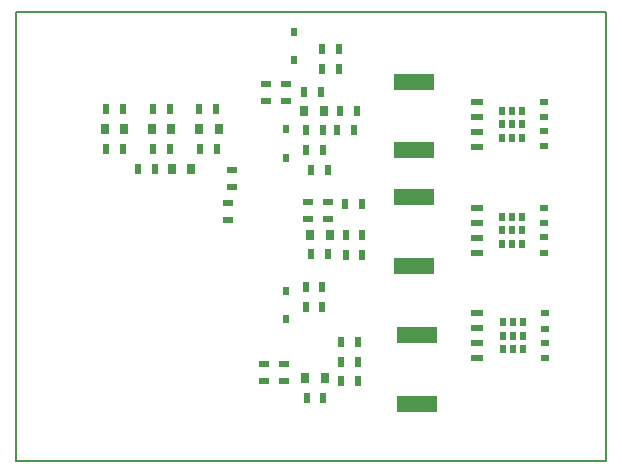
<source format=gbp>
G04 #@! TF.FileFunction,Paste,Bot*
%FSLAX46Y46*%
G04 Gerber Fmt 4.6, Leading zero omitted, Abs format (unit mm)*
G04 Created by KiCad (PCBNEW 4.0.6-e0-6349~53~ubuntu16.04.1) date Sat Mar 11 23:46:16 2017*
%MOMM*%
%LPD*%
G01*
G04 APERTURE LIST*
%ADD10C,0.150000*%
%ADD11R,0.500000X0.700000*%
%ADD12R,0.550000X0.890000*%
%ADD13R,3.350000X1.400000*%
%ADD14R,0.890000X0.550000*%
%ADD15R,0.800000X0.900000*%
%ADD16R,0.500000X0.800000*%
%ADD17R,0.800000X0.500000*%
%ADD18R,1.050000X0.600000*%
G04 APERTURE END LIST*
D10*
X135250000Y-116000000D02*
X135250000Y-78000000D01*
X185250000Y-116000000D02*
X135250000Y-116005000D01*
X185250000Y-78000000D02*
X185250000Y-116000000D01*
X135250000Y-78000000D02*
X185250000Y-78000000D01*
D11*
X158850000Y-82105000D03*
X158850000Y-79705000D03*
D12*
X164210000Y-109255000D03*
X162790000Y-109255000D03*
D13*
X169250000Y-105355000D03*
X169250000Y-111155000D03*
D11*
X158175000Y-90350000D03*
X158175000Y-87950000D03*
X158100000Y-104000000D03*
X158100000Y-101600000D03*
D13*
X169000000Y-93705000D03*
X169000000Y-99505000D03*
X169000000Y-89700000D03*
X169000000Y-83900000D03*
D12*
X162610000Y-81100000D03*
X161190000Y-81100000D03*
X162610000Y-82800000D03*
X161190000Y-82800000D03*
X161235000Y-89700000D03*
X159815000Y-89700000D03*
X161685000Y-91375000D03*
X160265000Y-91375000D03*
X161210000Y-101300000D03*
X159790000Y-101300000D03*
X161220000Y-103000000D03*
X159800000Y-103000000D03*
X163910000Y-88000000D03*
X162490000Y-88000000D03*
X164610000Y-98605000D03*
X163190000Y-98605000D03*
X162790000Y-107605000D03*
X164210000Y-107605000D03*
X163190000Y-96905000D03*
X164610000Y-96905000D03*
X162690000Y-86400000D03*
X164110000Y-86400000D03*
D14*
X158000000Y-109210000D03*
X158000000Y-107790000D03*
X161650000Y-94090000D03*
X161650000Y-95510000D03*
X158125000Y-84090000D03*
X158125000Y-85510000D03*
X156300000Y-107790000D03*
X156300000Y-109210000D03*
X160000000Y-95510000D03*
X160000000Y-94090000D03*
X156400000Y-85500000D03*
X156400000Y-84080000D03*
D12*
X159890000Y-110650000D03*
X161310000Y-110650000D03*
X160290000Y-98500000D03*
X161710000Y-98500000D03*
X159815000Y-88025000D03*
X161235000Y-88025000D03*
D14*
X153550000Y-92810000D03*
X153550000Y-91390000D03*
D15*
X159740000Y-108950000D03*
X161400000Y-108950000D03*
X160170000Y-96850000D03*
X161830000Y-96850000D03*
X159670000Y-86400000D03*
X161330000Y-86400000D03*
D12*
X164210000Y-105905000D03*
X162790000Y-105905000D03*
X164550000Y-94300000D03*
X163130000Y-94300000D03*
X161085000Y-84750000D03*
X159665000Y-84750000D03*
D15*
X142770000Y-87900000D03*
X144430000Y-87900000D03*
X148430000Y-87900000D03*
X146770000Y-87900000D03*
X152430000Y-87900000D03*
X150770000Y-87900000D03*
D12*
X145640000Y-91305000D03*
X147060000Y-91305000D03*
X142880000Y-86200000D03*
X144300000Y-86200000D03*
X148310000Y-86200000D03*
X146890000Y-86200000D03*
X152210000Y-86200000D03*
X150790000Y-86200000D03*
X144310000Y-89600000D03*
X142890000Y-89600000D03*
X146890000Y-89600000D03*
X148310000Y-89600000D03*
X150890000Y-89600000D03*
X152310000Y-89600000D03*
D14*
X153250000Y-95610000D03*
X153250000Y-94190000D03*
D15*
X148470000Y-91305000D03*
X150130000Y-91305000D03*
D16*
X177350000Y-106555000D03*
X176500000Y-106555000D03*
X178200000Y-106555000D03*
X177350000Y-104255000D03*
X176500000Y-104255000D03*
X178200000Y-104255000D03*
X178200000Y-105405000D03*
X176500000Y-105405000D03*
D17*
X180050000Y-107280000D03*
X180050000Y-103530000D03*
X180050000Y-106005000D03*
D18*
X174325000Y-106040000D03*
X174325000Y-107310000D03*
X174325000Y-104770000D03*
X174325000Y-103500000D03*
D17*
X180050000Y-104805000D03*
D16*
X177350000Y-105405000D03*
X177300000Y-97645000D03*
X176450000Y-97645000D03*
X178150000Y-97645000D03*
X177300000Y-95345000D03*
X176450000Y-95345000D03*
X178150000Y-95345000D03*
X178150000Y-96495000D03*
X176450000Y-96495000D03*
D17*
X180000000Y-98370000D03*
X180000000Y-94620000D03*
X180000000Y-97095000D03*
D18*
X174275000Y-97130000D03*
X174275000Y-98400000D03*
X174275000Y-95860000D03*
X174275000Y-94590000D03*
D17*
X180000000Y-95895000D03*
D16*
X177300000Y-96495000D03*
X177300000Y-88650000D03*
X176450000Y-88650000D03*
X178150000Y-88650000D03*
X177300000Y-86350000D03*
X176450000Y-86350000D03*
X178150000Y-86350000D03*
X178150000Y-87500000D03*
X176450000Y-87500000D03*
D17*
X180000000Y-89375000D03*
X180000000Y-85625000D03*
X180000000Y-88100000D03*
D18*
X174275000Y-88135000D03*
X174275000Y-89405000D03*
X174275000Y-86865000D03*
X174275000Y-85595000D03*
D17*
X180000000Y-86900000D03*
D16*
X177300000Y-87500000D03*
M02*

</source>
